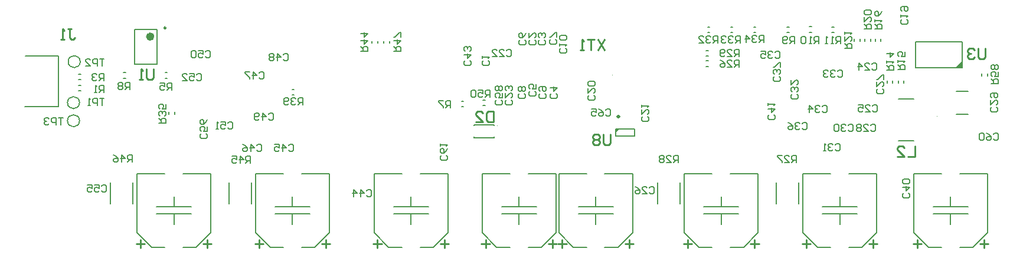
<source format=gbo>
G04*
G04 #@! TF.GenerationSoftware,Altium Limited,Altium Designer,22.0.2 (36)*
G04*
G04 Layer_Color=32896*
%FSLAX25Y25*%
%MOIN*%
G70*
G04*
G04 #@! TF.SameCoordinates,9CD95DC0-35C4-498D-8BF3-3914FB8C140C*
G04*
G04*
G04 #@! TF.FilePolarity,Positive*
G04*
G01*
G75*
%ADD10C,0.00394*%
%ADD11C,0.02362*%
%ADD12C,0.00984*%
%ADD13C,0.01000*%
%ADD14C,0.00787*%
%ADD15C,0.00600*%
%ADD16C,0.00500*%
%ADD17C,0.01968*%
%ADD18C,0.00800*%
%ADD20C,0.00598*%
%ADD134C,0.00591*%
G36*
X334043Y120898D02*
Y118689D01*
X336252Y120898D01*
X334043D01*
D02*
G37*
G36*
X529724Y155709D02*
Y159646D01*
X525787Y155709D01*
X529724D01*
D02*
G37*
D10*
X515503Y128102D02*
G03*
X515503Y128102I-197J0D01*
G01*
X267323Y122835D02*
G03*
X267323Y122835I-197J0D01*
G01*
X332283Y151378D02*
G03*
X332283Y151378I-197J0D01*
G01*
D11*
X72441Y173228D02*
G03*
X72441Y173228I-1181J0D01*
G01*
D12*
X80118Y178169D02*
G03*
X80118Y178169I-492J0D01*
G01*
D13*
X410236Y55905D02*
X414960D01*
X412598Y53543D02*
Y58268D01*
X374803Y53543D02*
Y58268D01*
X372441Y55905D02*
X377165D01*
X168110D02*
X172835D01*
X170472Y53543D02*
Y58268D01*
X132677Y53543D02*
Y58268D01*
X130315Y55905D02*
X135039D01*
X539764Y55906D02*
X544488D01*
X542126Y53543D02*
Y58268D01*
X504331Y53543D02*
Y58268D01*
X501968Y55906D02*
X506693D01*
X296063Y55905D02*
X300787D01*
X298425Y53543D02*
Y58268D01*
X260630Y53543D02*
Y58268D01*
X258268Y55905D02*
X262992D01*
X339370D02*
X344094D01*
X341732Y53543D02*
Y58268D01*
X303937Y53543D02*
Y58268D01*
X301575Y55905D02*
X306299D01*
X477165D02*
X481890D01*
X479528Y53543D02*
Y58268D01*
X441732Y53543D02*
Y58268D01*
X439370Y55905D02*
X444095D01*
X235039D02*
X239764D01*
X237401Y53543D02*
Y58268D01*
X199606Y53543D02*
Y58268D01*
X197244Y55905D02*
X201968D01*
X101181D02*
X105905D01*
X103543Y53543D02*
Y58268D01*
X65748Y53543D02*
Y58268D01*
X63386Y55905D02*
X68110D01*
X331102Y117809D02*
Y112811D01*
X330103Y111811D01*
X328103D01*
X327104Y112811D01*
Y117809D01*
X325104Y116809D02*
X324105Y117809D01*
X322105D01*
X321106Y116809D01*
Y115810D01*
X322105Y114810D01*
X321106Y113810D01*
Y112811D01*
X322105Y111811D01*
X324105D01*
X325104Y112811D01*
Y113810D01*
X324105Y114810D01*
X325104Y115810D01*
Y116809D01*
X324105Y114810D02*
X322105D01*
X73228Y154817D02*
Y149819D01*
X72229Y148819D01*
X70229D01*
X69230Y149819D01*
Y154817D01*
X67230Y148819D02*
X65231D01*
X66231D01*
Y154817D01*
X67230Y153817D01*
X327953Y171746D02*
X323954Y165748D01*
Y171746D02*
X327953Y165748D01*
X321955Y171746D02*
X317956D01*
X319955D01*
Y165748D01*
X315957D02*
X313957D01*
X314957D01*
Y171746D01*
X315957Y170746D01*
X542913Y166628D02*
Y161630D01*
X541914Y160630D01*
X539914D01*
X538915Y161630D01*
Y166628D01*
X536915Y165628D02*
X535916Y166628D01*
X533916D01*
X532917Y165628D01*
Y164629D01*
X533916Y163629D01*
X534916D01*
X533916D01*
X532917Y162629D01*
Y161630D01*
X533916Y160630D01*
X535916D01*
X536915Y161630D01*
X503150Y111116D02*
Y105118D01*
X499151D01*
X493153D02*
X497152D01*
X493153Y109117D01*
Y110117D01*
X494152Y111116D01*
X496152D01*
X497152Y110117D01*
X24742Y177652D02*
X26741D01*
X25741D01*
Y172653D01*
X26741Y171653D01*
X27740D01*
X28740Y172653D01*
X22742Y171653D02*
X20743D01*
X21742D01*
Y177652D01*
X22742Y176652D01*
X264961Y130882D02*
Y124883D01*
X261962D01*
X260962Y125883D01*
Y129882D01*
X261962Y130882D01*
X264961D01*
X254964Y124883D02*
X258963D01*
X254964Y128882D01*
Y129882D01*
X255963Y130882D01*
X257963D01*
X258963Y129882D01*
D14*
X526575Y129331D02*
X533268D01*
X526575Y142323D02*
X533268D01*
X503346Y155709D02*
X529724D01*
X503346D02*
Y170276D01*
X529724D01*
Y155709D02*
Y170276D01*
X437500Y78740D02*
Y90551D01*
X424705Y78740D02*
Y90551D01*
X370571Y78740D02*
Y90551D01*
X357775Y78740D02*
Y90551D01*
X254134Y115945D02*
Y116535D01*
X265551Y115945D02*
Y116535D01*
X254134Y122835D02*
Y123425D01*
X265551Y122835D02*
Y123425D01*
X254134Y115945D02*
X265551D01*
X254134Y123425D02*
X265551D01*
X128445Y78740D02*
Y90551D01*
X115649Y78740D02*
Y90551D01*
X493701Y114134D02*
X502362D01*
X493701Y137835D02*
X502362D01*
X61516Y78740D02*
Y90551D01*
X48720Y78740D02*
Y90551D01*
X62598Y157480D02*
X75197D01*
Y177165D01*
X62598Y157480D02*
Y177165D01*
X75197D01*
D15*
X372834Y62205D02*
X381102Y53937D01*
X372834Y62205D02*
Y95669D01*
X406299Y53937D02*
X414567Y62205D01*
Y95669D01*
X372834D02*
X388582D01*
X381102Y53937D02*
X388582D01*
X398819Y95669D02*
X414567D01*
X398819Y53937D02*
X406299D01*
X383858Y76772D02*
X403543D01*
X383858Y72835D02*
X403543D01*
X393701Y66929D02*
Y72835D01*
Y76772D02*
Y82677D01*
X130709Y62205D02*
X138976Y53937D01*
X130709Y62205D02*
Y95669D01*
X164173Y53937D02*
X172441Y62205D01*
Y95669D01*
X130709D02*
X146457D01*
X138976Y53937D02*
X146457D01*
X156693Y95669D02*
X172441D01*
X156693Y53937D02*
X164173D01*
X141732Y76772D02*
X161417D01*
X141732Y72835D02*
X161417D01*
X151575Y66929D02*
Y72835D01*
Y76772D02*
Y82677D01*
X502362Y62205D02*
X510630Y53937D01*
X502362Y62205D02*
Y95669D01*
X535827Y53937D02*
X544095Y62205D01*
Y95669D01*
X502362D02*
X518110D01*
X510630Y53937D02*
X518110D01*
X528346Y95669D02*
X544095D01*
X528346Y53937D02*
X535827D01*
X513386Y76772D02*
X533071D01*
X513386Y72835D02*
X533071D01*
X523228Y66929D02*
Y72835D01*
Y76772D02*
Y82677D01*
X258661Y62205D02*
X266929Y53937D01*
X258661Y62205D02*
Y95669D01*
X292126Y53937D02*
X300394Y62205D01*
Y95669D01*
X258661D02*
X274409D01*
X266929Y53937D02*
X274409D01*
X284646Y95669D02*
X300394D01*
X284646Y53937D02*
X292126D01*
X269685Y76772D02*
X289370D01*
X269685Y72835D02*
X289370D01*
X279527Y66929D02*
Y72835D01*
Y76772D02*
Y82677D01*
X301969Y62205D02*
X310236Y53937D01*
X301969Y62205D02*
Y95669D01*
X335433Y53937D02*
X343701Y62205D01*
Y95669D01*
X301969D02*
X317717D01*
X310236Y53937D02*
X317717D01*
X327953Y95669D02*
X343701D01*
X327953Y53937D02*
X335433D01*
X312992Y76772D02*
X332677D01*
X312992Y72835D02*
X332677D01*
X322834Y66929D02*
Y72835D01*
Y76772D02*
Y82677D01*
X439764Y62205D02*
X448032Y53937D01*
X439764Y62205D02*
Y95669D01*
X473228Y53937D02*
X481496Y62205D01*
Y95669D01*
X439764D02*
X455512D01*
X448032Y53937D02*
X455512D01*
X465748Y95669D02*
X481496D01*
X465748Y53937D02*
X473228D01*
X450787Y76772D02*
X470472D01*
X450787Y72835D02*
X470472D01*
X460630Y66929D02*
Y72835D01*
Y76772D02*
Y82677D01*
X197638Y62205D02*
X205905Y53937D01*
X197638Y62205D02*
Y95669D01*
X231102Y53937D02*
X239370Y62205D01*
Y95669D01*
X197638D02*
X213386D01*
X205905Y53937D02*
X213386D01*
X223622Y95669D02*
X239370D01*
X223622Y53937D02*
X231102D01*
X208661Y76772D02*
X228346D01*
X208661Y72835D02*
X228346D01*
X218504Y66929D02*
Y72835D01*
Y76772D02*
Y82677D01*
X63779Y62205D02*
X72047Y53937D01*
X63779Y62205D02*
Y95669D01*
X97244Y53937D02*
X105512Y62205D01*
Y95669D01*
X63779D02*
X79527D01*
X72047Y53937D02*
X79527D01*
X89764Y95669D02*
X105512D01*
X89764Y53937D02*
X97244D01*
X74803Y76772D02*
X94488D01*
X74803Y72835D02*
X94488D01*
X84645Y66929D02*
Y72835D01*
Y76772D02*
Y82677D01*
X547334Y117899D02*
X548001Y118566D01*
X549334D01*
X550000Y117899D01*
Y115233D01*
X549334Y114567D01*
X548001D01*
X547334Y115233D01*
X543335Y118566D02*
X544668Y117899D01*
X546001Y116566D01*
Y115233D01*
X545335Y114567D01*
X544002D01*
X543335Y115233D01*
Y115900D01*
X544002Y116566D01*
X546001D01*
X542003Y117899D02*
X541336Y118566D01*
X540003D01*
X539337Y117899D01*
Y115233D01*
X540003Y114567D01*
X541336D01*
X542003Y115233D01*
Y117899D01*
X498608Y182981D02*
X499274Y182314D01*
Y180981D01*
X498608Y180315D01*
X495942D01*
X495276Y180981D01*
Y182314D01*
X495942Y182981D01*
X495276Y184314D02*
Y185647D01*
Y184980D01*
X499274D01*
X498608Y184314D01*
X495942Y187646D02*
X495276Y188312D01*
Y189645D01*
X495942Y190312D01*
X498608D01*
X499274Y189645D01*
Y188312D01*
X498608Y187646D01*
X497941D01*
X497275Y188312D01*
Y190312D01*
X328437Y131679D02*
X329103Y132345D01*
X330436D01*
X331102Y131679D01*
Y129013D01*
X330436Y128347D01*
X329103D01*
X328437Y129013D01*
X324438Y132345D02*
X325771Y131679D01*
X327104Y130346D01*
Y129013D01*
X326437Y128347D01*
X325104D01*
X324438Y129013D01*
Y129679D01*
X325104Y130346D01*
X327104D01*
X320439Y132345D02*
X323105D01*
Y130346D01*
X321772Y131012D01*
X321106D01*
X320439Y130346D01*
Y129013D01*
X321106Y128347D01*
X322439D01*
X323105Y129013D01*
X262992Y138976D02*
Y142975D01*
X260993D01*
X260326Y142309D01*
Y140976D01*
X260993Y140309D01*
X262992D01*
X261659D02*
X260326Y138976D01*
X256328Y142975D02*
X258993D01*
Y140976D01*
X257661Y141642D01*
X256994D01*
X256328Y140976D01*
Y139643D01*
X256994Y138976D01*
X258327D01*
X258993Y139643D01*
X254995Y142309D02*
X254328Y142975D01*
X252995D01*
X252329Y142309D01*
Y139643D01*
X252995Y138976D01*
X254328D01*
X254995Y139643D01*
Y142309D01*
X369291Y101969D02*
Y105967D01*
X367292D01*
X366625Y105301D01*
Y103968D01*
X367292Y103301D01*
X369291D01*
X367958D02*
X366625Y101969D01*
X362627D02*
X365293D01*
X362627Y104634D01*
Y105301D01*
X363293Y105967D01*
X364626D01*
X365293Y105301D01*
X361294D02*
X360628Y105967D01*
X359295D01*
X358628Y105301D01*
Y104634D01*
X359295Y103968D01*
X358628Y103301D01*
Y102635D01*
X359295Y101969D01*
X360628D01*
X361294Y102635D01*
Y103301D01*
X360628Y103968D01*
X361294Y104634D01*
Y105301D01*
X360628Y103968D02*
X359295D01*
X436221Y101969D02*
Y105967D01*
X434221D01*
X433555Y105301D01*
Y103968D01*
X434221Y103301D01*
X436221D01*
X434888D02*
X433555Y101969D01*
X429556D02*
X432222D01*
X429556Y104634D01*
Y105301D01*
X430222Y105967D01*
X431555D01*
X432222Y105301D01*
X428223Y105967D02*
X425557D01*
Y105301D01*
X428223Y102635D01*
Y101969D01*
X463386Y166535D02*
X467384D01*
Y168535D01*
X466718Y169201D01*
X465385D01*
X464719Y168535D01*
Y166535D01*
Y167868D02*
X463386Y169201D01*
Y173200D02*
Y170534D01*
X466052Y173200D01*
X466718D01*
X467384Y172534D01*
Y171201D01*
X466718Y170534D01*
X463386Y174533D02*
Y175866D01*
Y175199D01*
X467384D01*
X466718Y174533D01*
X474409Y177559D02*
X478408D01*
Y179558D01*
X477742Y180225D01*
X476409D01*
X475742Y179558D01*
Y177559D01*
Y178892D02*
X474409Y180225D01*
Y184224D02*
Y181558D01*
X477075Y184224D01*
X477742D01*
X478408Y183557D01*
Y182224D01*
X477742Y181558D01*
Y185556D02*
X478408Y186223D01*
Y187556D01*
X477742Y188222D01*
X475076D01*
X474409Y187556D01*
Y186223D01*
X475076Y185556D01*
X477742D01*
X480315Y177559D02*
X484314D01*
Y179558D01*
X483647Y180225D01*
X482314D01*
X481648Y179558D01*
Y177559D01*
Y178892D02*
X480315Y180225D01*
Y181558D02*
Y182891D01*
Y182224D01*
X484314D01*
X483647Y181558D01*
X484314Y187556D02*
X483647Y186223D01*
X482314Y184890D01*
X480981D01*
X480315Y185556D01*
Y186889D01*
X480981Y187556D01*
X481648D01*
X482314Y186889D01*
Y184890D01*
X493307Y154724D02*
X497306D01*
Y156724D01*
X496639Y157390D01*
X495306D01*
X494640Y156724D01*
Y154724D01*
Y156057D02*
X493307Y157390D01*
Y158723D02*
Y160056D01*
Y159390D01*
X497306D01*
X496639Y158723D01*
X497306Y164721D02*
Y162055D01*
X495306D01*
X495973Y163388D01*
Y164055D01*
X495306Y164721D01*
X493973D01*
X493307Y164055D01*
Y162722D01*
X493973Y162055D01*
X487008Y154331D02*
X491007D01*
Y156330D01*
X490340Y156997D01*
X489007D01*
X488341Y156330D01*
Y154331D01*
Y155664D02*
X487008Y156997D01*
Y158329D02*
Y159662D01*
Y158996D01*
X491007D01*
X490340Y158329D01*
X487008Y163661D02*
X491007D01*
X489007Y161662D01*
Y164328D01*
X461024Y169291D02*
Y173290D01*
X459024D01*
X458358Y172624D01*
Y171291D01*
X459024Y170624D01*
X461024D01*
X459691D02*
X458358Y169291D01*
X457025D02*
X455692D01*
X456359D01*
Y173290D01*
X457025Y172624D01*
X453693Y169291D02*
X452360D01*
X453026D01*
Y173290D01*
X453693Y172624D01*
X448819Y169379D02*
Y173378D01*
X446820D01*
X446153Y172712D01*
Y171379D01*
X446820Y170712D01*
X448819D01*
X447486D02*
X446153Y169379D01*
X444820D02*
X443487D01*
X444154D01*
Y173378D01*
X444820Y172712D01*
X441488D02*
X440822Y173378D01*
X439489D01*
X438822Y172712D01*
Y170046D01*
X439489Y169379D01*
X440822D01*
X441488Y170046D01*
Y172712D01*
X435039Y169291D02*
Y173290D01*
X433040D01*
X432374Y172624D01*
Y171291D01*
X433040Y170624D01*
X435039D01*
X433707D02*
X432374Y169291D01*
X431041Y169958D02*
X430374Y169291D01*
X429041D01*
X428375Y169958D01*
Y172624D01*
X429041Y173290D01*
X430374D01*
X431041Y172624D01*
Y171957D01*
X430374Y171291D01*
X428375D01*
X59842Y143307D02*
Y147306D01*
X57843D01*
X57177Y146639D01*
Y145306D01*
X57843Y144640D01*
X59842D01*
X58510D02*
X57177Y143307D01*
X55844Y146639D02*
X55177Y147306D01*
X53844D01*
X53178Y146639D01*
Y145973D01*
X53844Y145306D01*
X53178Y144640D01*
Y143974D01*
X53844Y143307D01*
X55177D01*
X55844Y143974D01*
Y144640D01*
X55177Y145306D01*
X55844Y145973D01*
Y146639D01*
X55177Y145306D02*
X53844D01*
X240945Y133071D02*
Y137070D01*
X238946D01*
X238279Y136403D01*
Y135070D01*
X238946Y134404D01*
X240945D01*
X239612D02*
X238279Y133071D01*
X236946Y137070D02*
X234280D01*
Y136403D01*
X236946Y133737D01*
Y133071D01*
X83465Y142913D02*
Y146912D01*
X81465D01*
X80799Y146246D01*
Y144913D01*
X81465Y144246D01*
X83465D01*
X82132D02*
X80799Y142913D01*
X76800Y146912D02*
X79466D01*
Y144913D01*
X78133Y145579D01*
X77466D01*
X76800Y144913D01*
Y143580D01*
X77466Y142913D01*
X78799D01*
X79466Y143580D01*
X45276Y148425D02*
Y152424D01*
X43276D01*
X42610Y151758D01*
Y150425D01*
X43276Y149758D01*
X45276D01*
X43943D02*
X42610Y148425D01*
X41277Y151758D02*
X40610Y152424D01*
X39277D01*
X38611Y151758D01*
Y151091D01*
X39277Y150425D01*
X39944D01*
X39277D01*
X38611Y149758D01*
Y149092D01*
X39277Y148425D01*
X40610D01*
X41277Y149092D01*
X45276Y141732D02*
Y145731D01*
X43276D01*
X42610Y145064D01*
Y143732D01*
X43276Y143065D01*
X45276D01*
X43943D02*
X42610Y141732D01*
X41277D02*
X39944D01*
X40610D01*
Y145731D01*
X41277Y145064D01*
X238372Y105815D02*
X239038Y105149D01*
Y103816D01*
X238372Y103150D01*
X235706D01*
X235039Y103816D01*
Y105149D01*
X235706Y105815D01*
X239038Y109814D02*
X238372Y108481D01*
X237039Y107148D01*
X235706D01*
X235039Y107815D01*
Y109148D01*
X235706Y109814D01*
X236372D01*
X237039Y109148D01*
Y107148D01*
X235039Y111147D02*
Y112480D01*
Y111813D01*
X239038D01*
X238372Y111147D01*
X269474Y137311D02*
X270140Y136645D01*
Y135312D01*
X269474Y134646D01*
X266808D01*
X266142Y135312D01*
Y136645D01*
X266808Y137311D01*
X270140Y141310D02*
Y138644D01*
X268141D01*
X268808Y139977D01*
Y140644D01*
X268141Y141310D01*
X266808D01*
X266142Y140644D01*
Y139311D01*
X266808Y138644D01*
X269474Y142643D02*
X270140Y143309D01*
Y144642D01*
X269474Y145309D01*
X268808D01*
X268141Y144642D01*
X267475Y145309D01*
X266808D01*
X266142Y144642D01*
Y143309D01*
X266808Y142643D01*
X267475D01*
X268141Y143309D01*
X268808Y142643D01*
X269474D01*
X268141Y143309D02*
Y144642D01*
X423411Y129044D02*
X424078Y128377D01*
Y127044D01*
X423411Y126378D01*
X420745D01*
X420079Y127044D01*
Y128377D01*
X420745Y129044D01*
X420079Y132376D02*
X424078D01*
X422078Y130377D01*
Y133043D01*
X420079Y134375D02*
Y135708D01*
Y135042D01*
X424078D01*
X423411Y134375D01*
X499395Y84556D02*
X500062Y83889D01*
Y82556D01*
X499395Y81890D01*
X496729D01*
X496063Y82556D01*
Y83889D01*
X496729Y84556D01*
X496063Y87888D02*
X500062D01*
X498062Y85888D01*
Y88554D01*
X499395Y89887D02*
X500062Y90554D01*
Y91887D01*
X499395Y92553D01*
X496729D01*
X496063Y91887D01*
Y90554D01*
X496729Y89887D01*
X499395D01*
X426561Y150697D02*
X427227Y150031D01*
Y148698D01*
X426561Y148031D01*
X423895D01*
X423228Y148698D01*
Y150031D01*
X423895Y150697D01*
X426561Y152030D02*
X427227Y152697D01*
Y154030D01*
X426561Y154696D01*
X425894D01*
X425228Y154030D01*
Y153363D01*
Y154030D01*
X424561Y154696D01*
X423895D01*
X423228Y154030D01*
Y152697D01*
X423895Y152030D01*
X427227Y156029D02*
Y158695D01*
X426561D01*
X423895Y156029D01*
X423228D01*
X439460Y123805D02*
X440127Y124471D01*
X441460D01*
X442126Y123805D01*
Y121139D01*
X441460Y120472D01*
X440127D01*
X439460Y121139D01*
X438127Y123805D02*
X437461Y124471D01*
X436128D01*
X435462Y123805D01*
Y123138D01*
X436128Y122472D01*
X436794D01*
X436128D01*
X435462Y121805D01*
Y121139D01*
X436128Y120472D01*
X437461D01*
X438127Y121139D01*
X431463Y124471D02*
X432796Y123805D01*
X434129Y122472D01*
Y121139D01*
X433462Y120472D01*
X432129D01*
X431463Y121139D01*
Y121805D01*
X432129Y122472D01*
X434129D01*
X424106Y164356D02*
X424772Y165022D01*
X426105D01*
X426772Y164356D01*
Y161690D01*
X426105Y161024D01*
X424772D01*
X424106Y161690D01*
X422773Y164356D02*
X422107Y165022D01*
X420774D01*
X420107Y164356D01*
Y163689D01*
X420774Y163023D01*
X421440D01*
X420774D01*
X420107Y162356D01*
Y161690D01*
X420774Y161024D01*
X422107D01*
X422773Y161690D01*
X416108Y165022D02*
X418774D01*
Y163023D01*
X417441Y163689D01*
X416775D01*
X416108Y163023D01*
Y161690D01*
X416775Y161024D01*
X418108D01*
X418774Y161690D01*
X450878Y133647D02*
X451544Y134314D01*
X452877D01*
X453543Y133647D01*
Y130981D01*
X452877Y130315D01*
X451544D01*
X450878Y130981D01*
X449545Y133647D02*
X448878Y134314D01*
X447545D01*
X446879Y133647D01*
Y132981D01*
X447545Y132314D01*
X448212D01*
X447545D01*
X446879Y131648D01*
Y130981D01*
X447545Y130315D01*
X448878D01*
X449545Y130981D01*
X443546Y130315D02*
Y134314D01*
X445546Y132314D01*
X442880D01*
X459539Y153726D02*
X460205Y154392D01*
X461538D01*
X462205Y153726D01*
Y151060D01*
X461538Y150394D01*
X460205D01*
X459539Y151060D01*
X458206Y153726D02*
X457540Y154392D01*
X456207D01*
X455540Y153726D01*
Y153059D01*
X456207Y152393D01*
X456873D01*
X456207D01*
X455540Y151727D01*
Y151060D01*
X456207Y150394D01*
X457540D01*
X458206Y151060D01*
X454207Y153726D02*
X453541Y154392D01*
X452208D01*
X451542Y153726D01*
Y153059D01*
X452208Y152393D01*
X452874D01*
X452208D01*
X451542Y151727D01*
Y151060D01*
X452208Y150394D01*
X453541D01*
X454207Y151060D01*
X436403Y140497D02*
X437070Y139830D01*
Y138497D01*
X436403Y137831D01*
X433737D01*
X433071Y138497D01*
Y139830D01*
X433737Y140497D01*
X436403Y141830D02*
X437070Y142496D01*
Y143829D01*
X436403Y144495D01*
X435737D01*
X435070Y143829D01*
Y143162D01*
Y143829D01*
X434404Y144495D01*
X433737D01*
X433071Y143829D01*
Y142496D01*
X433737Y141830D01*
X433071Y148494D02*
Y145828D01*
X435737Y148494D01*
X436403D01*
X437070Y147827D01*
Y146495D01*
X436403Y145828D01*
X457964Y111994D02*
X458631Y112660D01*
X459964D01*
X460630Y111994D01*
Y109328D01*
X459964Y108661D01*
X458631D01*
X457964Y109328D01*
X456631Y111994D02*
X455965Y112660D01*
X454632D01*
X453965Y111994D01*
Y111327D01*
X454632Y110661D01*
X455298D01*
X454632D01*
X453965Y109994D01*
Y109328D01*
X454632Y108661D01*
X455965D01*
X456631Y109328D01*
X452633Y108661D02*
X451300D01*
X451966D01*
Y112660D01*
X452633Y111994D01*
X465444Y123017D02*
X466111Y123684D01*
X467444D01*
X468110Y123017D01*
Y120352D01*
X467444Y119685D01*
X466111D01*
X465444Y120352D01*
X464112Y123017D02*
X463445Y123684D01*
X462112D01*
X461446Y123017D01*
Y122351D01*
X462112Y121684D01*
X462779D01*
X462112D01*
X461446Y121018D01*
Y120352D01*
X462112Y119685D01*
X463445D01*
X464112Y120352D01*
X460113Y123017D02*
X459446Y123684D01*
X458113D01*
X457447Y123017D01*
Y120352D01*
X458113Y119685D01*
X459446D01*
X460113Y120352D01*
Y123017D01*
X549002Y133375D02*
X549668Y132708D01*
Y131375D01*
X549002Y130709D01*
X546336D01*
X545669Y131375D01*
Y132708D01*
X546336Y133375D01*
X545669Y137373D02*
Y134707D01*
X548335Y137373D01*
X549002D01*
X549668Y136707D01*
Y135374D01*
X549002Y134707D01*
X546336Y138706D02*
X545669Y139373D01*
Y140705D01*
X546336Y141372D01*
X549002D01*
X549668Y140705D01*
Y139373D01*
X549002Y138706D01*
X548335D01*
X547669Y139373D01*
Y141372D01*
X478043Y123017D02*
X478709Y123684D01*
X480042D01*
X480709Y123017D01*
Y120352D01*
X480042Y119685D01*
X478709D01*
X478043Y120352D01*
X474044Y119685D02*
X476710D01*
X474044Y122351D01*
Y123017D01*
X474711Y123684D01*
X476044D01*
X476710Y123017D01*
X472711D02*
X472045Y123684D01*
X470712D01*
X470045Y123017D01*
Y122351D01*
X470712Y121684D01*
X470045Y121018D01*
Y120352D01*
X470712Y119685D01*
X472045D01*
X472711Y120352D01*
Y121018D01*
X472045Y121684D01*
X472711Y122351D01*
Y123017D01*
X472045Y121684D02*
X470712D01*
X484828Y143611D02*
X485495Y142944D01*
Y141611D01*
X484828Y140945D01*
X482163D01*
X481496Y141611D01*
Y142944D01*
X482163Y143611D01*
X481496Y147609D02*
Y144944D01*
X484162Y147609D01*
X484828D01*
X485495Y146943D01*
Y145610D01*
X484828Y144944D01*
X485495Y148942D02*
Y151608D01*
X484828D01*
X482163Y148942D01*
X481496D01*
X353240Y87584D02*
X353906Y88251D01*
X355239D01*
X355906Y87584D01*
Y84918D01*
X355239Y84252D01*
X353906D01*
X353240Y84918D01*
X349241Y84252D02*
X351907D01*
X349241Y86918D01*
Y87584D01*
X349907Y88251D01*
X351240D01*
X351907Y87584D01*
X345242Y88251D02*
X346575Y87584D01*
X347908Y86251D01*
Y84918D01*
X347242Y84252D01*
X345909D01*
X345242Y84918D01*
Y85585D01*
X345909Y86251D01*
X347908D01*
X479224Y134041D02*
X479890Y134707D01*
X481223D01*
X481890Y134041D01*
Y131375D01*
X481223Y130709D01*
X479890D01*
X479224Y131375D01*
X475225Y130709D02*
X477891D01*
X475225Y133375D01*
Y134041D01*
X475892Y134707D01*
X477225D01*
X477891Y134041D01*
X471227Y134707D02*
X473892D01*
Y132708D01*
X472559Y133375D01*
X471893D01*
X471227Y132708D01*
Y131375D01*
X471893Y130709D01*
X473226D01*
X473892Y131375D01*
X478633Y157663D02*
X479300Y158329D01*
X480633D01*
X481299Y157663D01*
Y154997D01*
X480633Y154331D01*
X479300D01*
X478633Y154997D01*
X474635Y154331D02*
X477300D01*
X474635Y156997D01*
Y157663D01*
X475301Y158329D01*
X476634D01*
X477300Y157663D01*
X471302Y154331D02*
Y158329D01*
X473302Y156330D01*
X470636D01*
X274986Y137311D02*
X275652Y136645D01*
Y135312D01*
X274986Y134646D01*
X272320D01*
X271654Y135312D01*
Y136645D01*
X272320Y137311D01*
X271654Y141310D02*
Y138644D01*
X274319Y141310D01*
X274986D01*
X275652Y140644D01*
Y139311D01*
X274986Y138644D01*
Y142643D02*
X275652Y143309D01*
Y144642D01*
X274986Y145309D01*
X274319D01*
X273653Y144642D01*
Y143976D01*
Y144642D01*
X272986Y145309D01*
X272320D01*
X271654Y144642D01*
Y143309D01*
X272320Y142643D01*
X272531Y165143D02*
X273198Y165810D01*
X274530D01*
X275197Y165143D01*
Y162478D01*
X274530Y161811D01*
X273198D01*
X272531Y162478D01*
X268532Y161811D02*
X271198D01*
X268532Y164477D01*
Y165143D01*
X269199Y165810D01*
X270532D01*
X271198Y165143D01*
X264534Y161811D02*
X267199D01*
X264534Y164477D01*
Y165143D01*
X265200Y165810D01*
X266533D01*
X267199Y165143D01*
X352151Y127863D02*
X352818Y127196D01*
Y125863D01*
X352151Y125197D01*
X349485D01*
X348819Y125863D01*
Y127196D01*
X349485Y127863D01*
X348819Y131861D02*
Y129196D01*
X351485Y131861D01*
X352151D01*
X352818Y131195D01*
Y129862D01*
X352151Y129196D01*
X348819Y133194D02*
Y134527D01*
Y133861D01*
X352818D01*
X352151Y133194D01*
X321836Y140067D02*
X322503Y139401D01*
Y138068D01*
X321836Y137402D01*
X319170D01*
X318504Y138068D01*
Y139401D01*
X319170Y140067D01*
X318504Y144066D02*
Y141400D01*
X321170Y144066D01*
X321836D01*
X322503Y143400D01*
Y142067D01*
X321836Y141400D01*
Y145399D02*
X322503Y146065D01*
Y147398D01*
X321836Y148065D01*
X319170D01*
X318504Y147398D01*
Y146065D01*
X319170Y145399D01*
X321836D01*
X305695Y166445D02*
X306361Y165779D01*
Y164446D01*
X305695Y163779D01*
X303029D01*
X302362Y164446D01*
Y165779D01*
X303029Y166445D01*
X302362Y167778D02*
Y169111D01*
Y168445D01*
X306361D01*
X305695Y167778D01*
Y171110D02*
X306361Y171777D01*
Y173110D01*
X305695Y173776D01*
X303029D01*
X302362Y173110D01*
Y171777D01*
X303029Y171110D01*
X305695D01*
X294277Y140855D02*
X294944Y140188D01*
Y138855D01*
X294277Y138189D01*
X291611D01*
X290945Y138855D01*
Y140188D01*
X291611Y140855D01*
Y142188D02*
X290945Y142854D01*
Y144187D01*
X291611Y144853D01*
X294277D01*
X294944Y144187D01*
Y142854D01*
X294277Y142188D01*
X293611D01*
X292944Y142854D01*
Y144853D01*
X282466Y140855D02*
X283133Y140188D01*
Y138855D01*
X282466Y138189D01*
X279800D01*
X279134Y138855D01*
Y140188D01*
X279800Y140855D01*
X282466Y142188D02*
X283133Y142854D01*
Y144187D01*
X282466Y144853D01*
X281800D01*
X281133Y144187D01*
X280467Y144853D01*
X279800D01*
X279134Y144187D01*
Y142854D01*
X279800Y142188D01*
X280467D01*
X281133Y142854D01*
X281800Y142188D01*
X282466D01*
X281133Y142854D02*
Y144187D01*
X300183Y171563D02*
X300849Y170897D01*
Y169564D01*
X300183Y168898D01*
X297517D01*
X296850Y169564D01*
Y170897D01*
X297517Y171563D01*
X300849Y172896D02*
Y175562D01*
X300183D01*
X297517Y172896D01*
X296850D01*
X282860Y171170D02*
X283526Y170503D01*
Y169170D01*
X282860Y168504D01*
X280194D01*
X279528Y169170D01*
Y170503D01*
X280194Y171170D01*
X283526Y175169D02*
X282860Y173836D01*
X281527Y172503D01*
X280194D01*
X279528Y173169D01*
Y174502D01*
X280194Y175169D01*
X280860D01*
X281527Y174502D01*
Y172503D01*
X288372Y142430D02*
X289038Y141763D01*
Y140430D01*
X288372Y139764D01*
X285706D01*
X285039Y140430D01*
Y141763D01*
X285706Y142430D01*
X289038Y146428D02*
Y143763D01*
X287039D01*
X287705Y145095D01*
Y145762D01*
X287039Y146428D01*
X285706D01*
X285039Y145762D01*
Y144429D01*
X285706Y143763D01*
X300576Y140855D02*
X301243Y140188D01*
Y138855D01*
X300576Y138189D01*
X297910D01*
X297244Y138855D01*
Y140188D01*
X297910Y140855D01*
X297244Y144187D02*
X301243D01*
X299243Y142188D01*
Y144853D01*
X293883Y171170D02*
X294550Y170503D01*
Y169170D01*
X293883Y168504D01*
X291218D01*
X290551Y169170D01*
Y170503D01*
X291218Y171170D01*
X293883Y172503D02*
X294550Y173169D01*
Y174502D01*
X293883Y175169D01*
X293217D01*
X292550Y174502D01*
Y173836D01*
Y174502D01*
X291884Y175169D01*
X291218D01*
X290551Y174502D01*
Y173169D01*
X291218Y172503D01*
X288372Y171170D02*
X289038Y170503D01*
Y169170D01*
X288372Y168504D01*
X285706D01*
X285039Y169170D01*
Y170503D01*
X285706Y171170D01*
X285039Y175169D02*
Y172503D01*
X287705Y175169D01*
X288372D01*
X289038Y174502D01*
Y173169D01*
X288372Y172503D01*
X261994Y159752D02*
X262660Y159086D01*
Y157753D01*
X261994Y157087D01*
X259328D01*
X258661Y157753D01*
Y159086D01*
X259328Y159752D01*
X258661Y161085D02*
Y162418D01*
Y161752D01*
X262660D01*
X261994Y161085D01*
X251758Y159752D02*
X252424Y159086D01*
Y157753D01*
X251758Y157087D01*
X249092D01*
X248425Y157753D01*
Y159086D01*
X249092Y159752D01*
X248425Y163085D02*
X252424D01*
X250425Y161085D01*
Y163751D01*
X251758Y165084D02*
X252424Y165751D01*
Y167083D01*
X251758Y167750D01*
X251091D01*
X250425Y167083D01*
Y166417D01*
Y167083D01*
X249758Y167750D01*
X249092D01*
X248425Y167083D01*
Y165751D01*
X249092Y165084D01*
X43791Y88765D02*
X44457Y89432D01*
X45790D01*
X46457Y88765D01*
Y86099D01*
X45790Y85433D01*
X44457D01*
X43791Y86099D01*
X39792Y89432D02*
X42458D01*
Y87432D01*
X41125Y88099D01*
X40459D01*
X39792Y87432D01*
Y86099D01*
X40459Y85433D01*
X41791D01*
X42458Y86099D01*
X35794Y89432D02*
X38459D01*
Y87432D01*
X37126Y88099D01*
X36460D01*
X35794Y87432D01*
Y86099D01*
X36460Y85433D01*
X37793D01*
X38459Y86099D01*
X149303Y111600D02*
X149969Y112266D01*
X151302D01*
X151969Y111600D01*
Y108934D01*
X151302Y108268D01*
X149969D01*
X149303Y108934D01*
X145970Y108268D02*
Y112266D01*
X147970Y110267D01*
X145304D01*
X141305Y112266D02*
X143971D01*
Y110267D01*
X142638Y110933D01*
X141972D01*
X141305Y110267D01*
Y108934D01*
X141972Y108268D01*
X143305D01*
X143971Y108934D01*
X131586Y111600D02*
X132253Y112266D01*
X133586D01*
X134252Y111600D01*
Y108934D01*
X133586Y108268D01*
X132253D01*
X131586Y108934D01*
X128254Y108268D02*
Y112266D01*
X130253Y110267D01*
X127587D01*
X123589Y112266D02*
X124922Y111600D01*
X126254Y110267D01*
Y108934D01*
X125588Y108268D01*
X124255D01*
X123589Y108934D01*
Y109601D01*
X124255Y110267D01*
X126254D01*
X132767Y152545D02*
X133434Y153211D01*
X134767D01*
X135433Y152545D01*
Y149879D01*
X134767Y149213D01*
X133434D01*
X132767Y149879D01*
X129435Y149213D02*
Y153211D01*
X131434Y151212D01*
X128769D01*
X127436Y153211D02*
X124770D01*
Y152545D01*
X127436Y149879D01*
Y149213D01*
X138279Y129316D02*
X138945Y129983D01*
X140278D01*
X140945Y129316D01*
Y126651D01*
X140278Y125984D01*
X138945D01*
X138279Y126651D01*
X134947Y125984D02*
Y129983D01*
X136946Y127984D01*
X134280D01*
X132948Y126651D02*
X132281Y125984D01*
X130948D01*
X130282Y126651D01*
Y129316D01*
X130948Y129983D01*
X132281D01*
X132948Y129316D01*
Y128650D01*
X132281Y127984D01*
X130282D01*
X102452Y164750D02*
X103119Y165416D01*
X104452D01*
X105118Y164750D01*
Y162084D01*
X104452Y161417D01*
X103119D01*
X102452Y162084D01*
X98454Y165416D02*
X101119D01*
Y163417D01*
X99787Y164083D01*
X99120D01*
X98454Y163417D01*
Y162084D01*
X99120Y161417D01*
X100453D01*
X101119Y162084D01*
X97121Y164750D02*
X96454Y165416D01*
X95121D01*
X94455Y164750D01*
Y162084D01*
X95121Y161417D01*
X96454D01*
X97121Y162084D01*
Y164750D01*
X115051Y124198D02*
X115717Y124865D01*
X117050D01*
X117717Y124198D01*
Y121533D01*
X117050Y120866D01*
X115717D01*
X115051Y121533D01*
X111052Y124865D02*
X113718D01*
Y122865D01*
X112385Y123532D01*
X111718D01*
X111052Y122865D01*
Y121533D01*
X111718Y120866D01*
X113051D01*
X113718Y121533D01*
X109719Y120866D02*
X108386D01*
X109053D01*
Y124865D01*
X109719Y124198D01*
X97334Y151758D02*
X98001Y152424D01*
X99334D01*
X100000Y151758D01*
Y149092D01*
X99334Y148425D01*
X98001D01*
X97334Y149092D01*
X93335Y152424D02*
X96001D01*
Y150425D01*
X94668Y151091D01*
X94002D01*
X93335Y150425D01*
Y149092D01*
X94002Y148425D01*
X95335D01*
X96001Y149092D01*
X89337Y148425D02*
X92003D01*
X89337Y151091D01*
Y151758D01*
X90003Y152424D01*
X91336D01*
X92003Y151758D01*
X193397Y86009D02*
X194064Y86676D01*
X195396D01*
X196063Y86009D01*
Y83344D01*
X195396Y82677D01*
X194064D01*
X193397Y83344D01*
X190065Y82677D02*
Y86676D01*
X192064Y84676D01*
X189399D01*
X186066Y82677D02*
Y86676D01*
X188066Y84676D01*
X185400D01*
X102939Y118414D02*
X103605Y117747D01*
Y116414D01*
X102939Y115748D01*
X100273D01*
X99606Y116414D01*
Y117747D01*
X100273Y118414D01*
X103605Y122413D02*
Y119747D01*
X101606D01*
X102272Y121080D01*
Y121746D01*
X101606Y122413D01*
X100273D01*
X99606Y121746D01*
Y120413D01*
X100273Y119747D01*
X103605Y126411D02*
X102939Y125078D01*
X101606Y123746D01*
X100273D01*
X99606Y124412D01*
Y125745D01*
X100273Y126411D01*
X100939D01*
X101606Y125745D01*
Y123746D01*
X75984Y124409D02*
X79983D01*
Y126409D01*
X79317Y127075D01*
X77984D01*
X77317Y126409D01*
Y124409D01*
Y125742D02*
X75984Y127075D01*
X79317Y128408D02*
X79983Y129075D01*
Y130408D01*
X79317Y131074D01*
X78650D01*
X77984Y130408D01*
Y129741D01*
Y130408D01*
X77317Y131074D01*
X76651D01*
X75984Y130408D01*
Y129075D01*
X76651Y128408D01*
X79983Y135073D02*
Y132407D01*
X77984D01*
X78650Y133740D01*
Y134406D01*
X77984Y135073D01*
X76651D01*
X75984Y134406D01*
Y133073D01*
X76651Y132407D01*
X157480Y134646D02*
Y138644D01*
X155481D01*
X154815Y137978D01*
Y136645D01*
X155481Y135979D01*
X157480D01*
X156147D02*
X154815Y134646D01*
X153482Y137978D02*
X152815Y138644D01*
X151482D01*
X150816Y137978D01*
Y137311D01*
X151482Y136645D01*
X152149D01*
X151482D01*
X150816Y135979D01*
Y135312D01*
X151482Y134646D01*
X152815D01*
X153482Y135312D01*
X149483D02*
X148816Y134646D01*
X147484D01*
X146817Y135312D01*
Y137978D01*
X147484Y138644D01*
X148816D01*
X149483Y137978D01*
Y137311D01*
X148816Y136645D01*
X146817D01*
X127953Y101614D02*
Y105613D01*
X125953D01*
X125287Y104946D01*
Y103614D01*
X125953Y102947D01*
X127953D01*
X126620D02*
X125287Y101614D01*
X121955D02*
Y105613D01*
X123954Y103614D01*
X121288D01*
X117289Y105613D02*
X119955D01*
Y103614D01*
X118622Y104280D01*
X117956D01*
X117289Y103614D01*
Y102281D01*
X117956Y101614D01*
X119289D01*
X119955Y102281D01*
X61024Y102362D02*
Y106361D01*
X59024D01*
X58358Y105694D01*
Y104362D01*
X59024Y103695D01*
X61024D01*
X59691D02*
X58358Y102362D01*
X55026D02*
Y106361D01*
X57025Y104362D01*
X54359D01*
X50360Y106361D02*
X51693Y105694D01*
X53026Y104362D01*
Y103029D01*
X52360Y102362D01*
X51027D01*
X50360Y103029D01*
Y103695D01*
X51027Y104362D01*
X53026D01*
X391732Y169685D02*
Y173684D01*
X389733D01*
X389067Y173017D01*
Y171684D01*
X389733Y171018D01*
X391732D01*
X390399D02*
X389067Y169685D01*
X387734Y173017D02*
X387067Y173684D01*
X385734D01*
X385068Y173017D01*
Y172351D01*
X385734Y171684D01*
X386401D01*
X385734D01*
X385068Y171018D01*
Y170352D01*
X385734Y169685D01*
X387067D01*
X387734Y170352D01*
X381069Y169685D02*
X383735D01*
X381069Y172351D01*
Y173017D01*
X381735Y173684D01*
X383068D01*
X383735Y173017D01*
X404331Y169685D02*
Y173684D01*
X402331D01*
X401665Y173017D01*
Y171684D01*
X402331Y171018D01*
X404331D01*
X402998D02*
X401665Y169685D01*
X400332Y173017D02*
X399665Y173684D01*
X398333D01*
X397666Y173017D01*
Y172351D01*
X398333Y171684D01*
X398999D01*
X398333D01*
X397666Y171018D01*
Y170352D01*
X398333Y169685D01*
X399665D01*
X400332Y170352D01*
X396333Y173017D02*
X395667Y173684D01*
X394334D01*
X393668Y173017D01*
Y172351D01*
X394334Y171684D01*
X395000D01*
X394334D01*
X393668Y171018D01*
Y170352D01*
X394334Y169685D01*
X395667D01*
X396333Y170352D01*
X417717Y170079D02*
Y174077D01*
X415717D01*
X415051Y173411D01*
Y172078D01*
X415717Y171412D01*
X417717D01*
X416384D02*
X415051Y170079D01*
X413718Y173411D02*
X413051Y174077D01*
X411719D01*
X411052Y173411D01*
Y172745D01*
X411719Y172078D01*
X412385D01*
X411719D01*
X411052Y171412D01*
Y170745D01*
X411719Y170079D01*
X413051D01*
X413718Y170745D01*
X407720Y170079D02*
Y174077D01*
X409719Y172078D01*
X407053D01*
X146350Y163081D02*
X147016Y163747D01*
X148349D01*
X149016Y163081D01*
Y160415D01*
X148349Y159749D01*
X147016D01*
X146350Y160415D01*
X143018Y159749D02*
Y163747D01*
X145017Y161748D01*
X142351D01*
X141018Y163081D02*
X140352Y163747D01*
X139019D01*
X138352Y163081D01*
Y162415D01*
X139019Y161748D01*
X138352Y161082D01*
Y160415D01*
X139019Y159749D01*
X140352D01*
X141018Y160415D01*
Y161082D01*
X140352Y161748D01*
X141018Y162415D01*
Y163081D01*
X140352Y161748D02*
X139019D01*
D16*
X31353Y135827D02*
G03*
X31353Y135827I-3400J0D01*
G01*
X31747Y159055D02*
G03*
X31747Y159055I-3400J0D01*
G01*
X31353Y125591D02*
G03*
X31353Y125591I-3400J0D01*
G01*
X334043Y116898D02*
Y120898D01*
Y116898D02*
X344673Y116898D01*
Y120898D01*
X334043Y120898D02*
X344673Y120898D01*
X385227Y165380D02*
X386427D01*
X385227Y162180D02*
X386427D01*
X385227Y159474D02*
X386427D01*
X385227Y156274D02*
X386427D01*
X196432Y169479D02*
Y170679D01*
X199632Y169479D02*
Y170679D01*
X203124Y169479D02*
Y170679D01*
X206324Y169479D02*
Y170679D01*
X85065Y129321D02*
Y130521D01*
X81865Y129321D02*
Y130521D01*
X496875Y147038D02*
Y148238D01*
X493676Y147038D02*
Y148238D01*
X490576Y147038D02*
Y148238D01*
X487376Y147038D02*
Y148238D01*
X483883Y170660D02*
Y171860D01*
X480683Y170660D02*
Y171860D01*
X474778Y170660D02*
Y171860D01*
X477978Y170660D02*
Y171860D01*
X468872Y170660D02*
Y171860D01*
X472072Y170660D02*
Y171860D01*
X456093Y175565D02*
X457293D01*
X456093Y178765D02*
X457293D01*
X443495Y175654D02*
X444695D01*
X443495Y178853D02*
X444695D01*
X430896Y175565D02*
X432096D01*
X430896Y178765D02*
X432096D01*
X411998Y178765D02*
X413198D01*
X411998Y175566D02*
X413198D01*
X399006Y178765D02*
X400206D01*
X399006Y175565D02*
X400206D01*
X386014Y178765D02*
X387214D01*
X386014Y175566D02*
X387214D01*
X56093Y149581D02*
X57293D01*
X56093Y152781D02*
X57293D01*
X259243Y137427D02*
X260443D01*
X259243Y134227D02*
X260443D01*
X247038Y136639D02*
X248238D01*
X247038Y133439D02*
X248238D01*
X151368Y140132D02*
X152568D01*
X151368Y143332D02*
X152568D01*
X30896Y145694D02*
X32096D01*
X30896Y142494D02*
X32096D01*
X30896Y151994D02*
X32096D01*
X30896Y148794D02*
X32096D01*
X79715Y149581D02*
X80915D01*
X79715Y152781D02*
X80915D01*
X544120Y150975D02*
Y152175D01*
X540920Y150975D02*
Y152175D01*
D17*
X335592Y127836D02*
X335611Y127854D01*
X335630Y127836D01*
X335611Y127817D01*
X335592Y127836D01*
D18*
X610Y133543D02*
X19310D01*
Y162243D01*
X810D02*
X19310D01*
D20*
X208661Y164961D02*
X212660D01*
Y166960D01*
X211994Y167626D01*
X210661D01*
X209994Y166960D01*
Y164961D01*
Y166294D02*
X208661Y167626D01*
Y170959D02*
X212660D01*
X210661Y168959D01*
Y171625D01*
X212660Y172958D02*
Y175624D01*
X211994D01*
X209328Y172958D01*
X208661D01*
X190157Y164961D02*
X194156D01*
Y166960D01*
X193490Y167626D01*
X192157D01*
X191490Y166960D01*
Y164961D01*
Y166294D02*
X190157Y167626D01*
Y170959D02*
X194156D01*
X192157Y168959D01*
Y171625D01*
X190157Y174957D02*
X194156D01*
X192157Y172958D01*
Y175624D01*
X403937Y161811D02*
Y165810D01*
X401938D01*
X401271Y165143D01*
Y163810D01*
X401938Y163144D01*
X403937D01*
X402604D02*
X401271Y161811D01*
X397272D02*
X399938D01*
X397272Y164477D01*
Y165143D01*
X397939Y165810D01*
X399272D01*
X399938Y165143D01*
X395940Y162478D02*
X395273Y161811D01*
X393940D01*
X393274Y162478D01*
Y165143D01*
X393940Y165810D01*
X395273D01*
X395940Y165143D01*
Y164477D01*
X395273Y163810D01*
X393274D01*
X403937Y155905D02*
Y159904D01*
X401938D01*
X401271Y159238D01*
Y157905D01*
X401938Y157238D01*
X403937D01*
X402604D02*
X401271Y155905D01*
X397272D02*
X399938D01*
X397272Y158571D01*
Y159238D01*
X397939Y159904D01*
X399272D01*
X399938Y159238D01*
X393274Y159904D02*
X394607Y159238D01*
X395940Y157905D01*
Y156572D01*
X395273Y155905D01*
X393940D01*
X393274Y156572D01*
Y157238D01*
X393940Y157905D01*
X395940D01*
X546063Y146457D02*
X550062D01*
Y148456D01*
X549395Y149123D01*
X548062D01*
X547396Y148456D01*
Y146457D01*
Y147790D02*
X546063Y149123D01*
X550062Y153121D02*
Y150455D01*
X548062D01*
X548729Y151788D01*
Y152455D01*
X548062Y153121D01*
X546729D01*
X546063Y152455D01*
Y151122D01*
X546729Y150455D01*
X549395Y154454D02*
X550062Y155121D01*
Y156454D01*
X549395Y157120D01*
X548729D01*
X548062Y156454D01*
X547396Y157120D01*
X546729D01*
X546063Y156454D01*
Y155121D01*
X546729Y154454D01*
X547396D01*
X548062Y155121D01*
X548729Y154454D01*
X549395D01*
X548062Y155121D02*
Y156454D01*
D134*
X45276Y138188D02*
X42652D01*
X43964D01*
Y134252D01*
X41340D02*
Y138188D01*
X39372D01*
X38716Y137532D01*
Y136220D01*
X39372Y135564D01*
X41340D01*
X37404Y134252D02*
X36092D01*
X36748D01*
Y138188D01*
X37404Y137532D01*
X45276Y160629D02*
X42652D01*
X43964D01*
Y156693D01*
X41340D02*
Y160629D01*
X39372D01*
X38716Y159973D01*
Y158661D01*
X39372Y158005D01*
X41340D01*
X34780Y156693D02*
X37404D01*
X34780Y159317D01*
Y159973D01*
X35436Y160629D01*
X36748D01*
X37404Y159973D01*
X22047Y127164D02*
X19423D01*
X20735D01*
Y123228D01*
X18112D02*
Y127164D01*
X16144D01*
X15488Y126508D01*
Y125196D01*
X16144Y124540D01*
X18112D01*
X14176Y126508D02*
X13520Y127164D01*
X12208D01*
X11552Y126508D01*
Y125852D01*
X12208Y125196D01*
X12864D01*
X12208D01*
X11552Y124540D01*
Y123884D01*
X12208Y123228D01*
X13520D01*
X14176Y123884D01*
M02*

</source>
